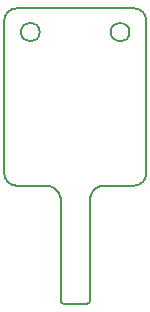
<source format=gko>
G04 Layer_Color=16711935*
%FSLAX25Y25*%
%MOIN*%
G70*
G01*
G75*
%ADD20C,0.00500*%
D20*
X12518Y39408D02*
G03*
X8661Y33342I1104J-4961D01*
G01*
X-1181D02*
G03*
X-5120Y39408I-5002J1063D01*
G01*
X-15986Y98463D02*
G03*
X-19923Y94526I0J-3937D01*
G01*
X27321D02*
G03*
X23384Y98463I-3937J-0D01*
G01*
X-19923Y43345D02*
G03*
X-15986Y39408I3937J-0D01*
G01*
X23384D02*
G03*
X27321Y43345I0J3937D01*
G01*
X21807Y90589D02*
G03*
X21807Y90589I-3148J0D01*
G01*
X-8114D02*
G03*
X-8114Y90589I-3148J0D01*
G01*
X7480Y0D02*
G03*
X8661Y1181I0J1181D01*
G01*
X-1181Y1181D02*
G03*
X0Y0I1181J0D01*
G01*
X8661Y1181D02*
Y33342D01*
X-1181Y1181D02*
Y33342D01*
X12518Y39408D02*
X23384D01*
X27321Y43345D02*
Y94526D01*
X-15986Y39408D02*
X-5120D01*
X-19923Y43345D02*
Y94526D01*
X-15986Y98463D02*
X23384D01*
X0Y0D02*
X7480D01*
M02*

</source>
